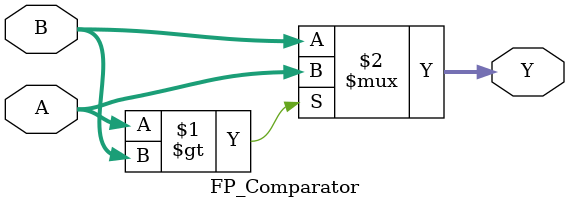
<source format=v>
`timescale 1ns / 1ps


module FP_Comparator#( //returns bigger values
    
    parameter DATA_WIDTH  = 16,
    parameter SIGNED = 1
    
    )(
    
    input  wire [DATA_WIDTH-1:0]    A,
    input  wire [DATA_WIDTH-1:0]    B,
    output wire [DATA_WIDTH-1:0]    Y
    
    );
    
    generate
        if(SIGNED==1) begin
            assign Y = ($signed(A) > $signed(B)) ? A : B;
        end
        else begin
            assign Y = (A > B) ? A : B;
        end
    endgenerate
    
endmodule

</source>
